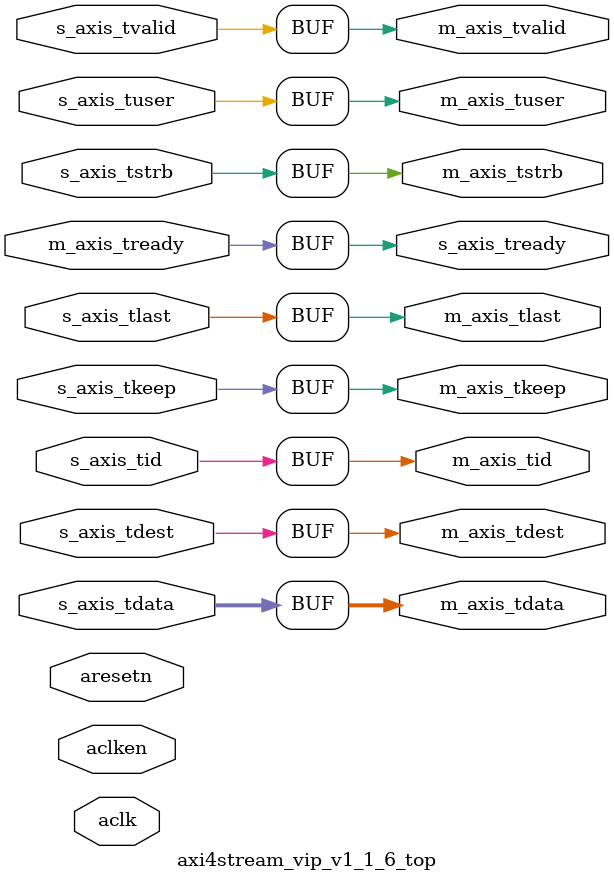
<source format=sv>

`timescale 1ps/1ps

(* DowngradeIPIdentifiedWarnings="yes" *) 
module axi4stream_vip_v1_1_6_top #
  (
   parameter [31:0]  C_AXI4STREAM_SIGNAL_SET         = 32'h03,
   parameter integer C_AXI4STREAM_INTERFACE_MODE     = 1,  //master, slave and bypass
   parameter integer C_AXI4STREAM_DATA_WIDTH        = 8,
   parameter integer C_AXI4STREAM_USER_BITS_PER_BYTE = 0,
   parameter integer C_AXI4STREAM_ID_WIDTH          = 0,
   parameter integer C_AXI4STREAM_DEST_WIDTH        = 0,
   parameter integer C_AXI4STREAM_USER_WIDTH        = 0,
   parameter integer C_AXI4STREAM_HAS_ARESETN       = 0
   )
  (
   // System Signals
   input wire aclk,
   input wire aresetn,
   input wire aclken,

   // Slave side
   input  wire                              s_axis_tvalid,
   output wire                              s_axis_tready,
   input  wire [C_AXI4STREAM_DATA_WIDTH==0? 0:C_AXI4STREAM_DATA_WIDTH-1:0]     s_axis_tdata,
   input  wire [C_AXI4STREAM_DATA_WIDTH/8==0? 0:C_AXI4STREAM_DATA_WIDTH/8-1:0]   s_axis_tstrb,
   input  wire [C_AXI4STREAM_DATA_WIDTH/8==0? 0:C_AXI4STREAM_DATA_WIDTH/8-1:0]   s_axis_tkeep,
   input  wire                              s_axis_tlast,
   input  wire [C_AXI4STREAM_ID_WIDTH==0? 0:C_AXI4STREAM_ID_WIDTH-1:0]         s_axis_tid,
   input  wire [C_AXI4STREAM_DEST_WIDTH==0? 0:C_AXI4STREAM_DEST_WIDTH-1:0]     s_axis_tdest,
   input  wire [C_AXI4STREAM_USER_WIDTH==0? 0:C_AXI4STREAM_USER_WIDTH-1:0]     s_axis_tuser,

   // Master side
   output wire                              m_axis_tvalid,
   input  wire                              m_axis_tready,
   output wire [C_AXI4STREAM_DATA_WIDTH==0? 0:C_AXI4STREAM_DATA_WIDTH-1:0]     m_axis_tdata,
   output wire [C_AXI4STREAM_DATA_WIDTH/8==0? 0:C_AXI4STREAM_DATA_WIDTH/8-1:0]   m_axis_tstrb,
   output wire [C_AXI4STREAM_DATA_WIDTH/8==0? 0:C_AXI4STREAM_DATA_WIDTH/8-1:0]   m_axis_tkeep,
   output wire                              m_axis_tlast,
   output wire [C_AXI4STREAM_ID_WIDTH==0? 0:C_AXI4STREAM_ID_WIDTH-1:0]         m_axis_tid,
   output wire [C_AXI4STREAM_DEST_WIDTH==0? 0:C_AXI4STREAM_DEST_WIDTH-1:0]     m_axis_tdest,
   output wire [C_AXI4STREAM_USER_WIDTH==0? 0:C_AXI4STREAM_USER_WIDTH-1:0]     m_axis_tuser
     );

    //output for slave side, 0 or interface signal(mux)
  assign s_axis_tready =  (C_AXI4STREAM_INTERFACE_MODE ==1 )? m_axis_tready : {1'b0};

  //output for master side, 0 or interface(mux)
  assign m_axis_tvalid = (C_AXI4STREAM_INTERFACE_MODE ==1 )? s_axis_tvalid : {1'b0};
  assign m_axis_tdata  = (C_AXI4STREAM_INTERFACE_MODE ==1 )? s_axis_tdata : {C_AXI4STREAM_DATA_WIDTH==0? 1:C_AXI4STREAM_DATA_WIDTH{1'b0}};
  assign m_axis_tstrb  =(C_AXI4STREAM_INTERFACE_MODE ==1 )? s_axis_tstrb : {C_AXI4STREAM_DATA_WIDTH/8==0? 1:(C_AXI4STREAM_DATA_WIDTH/8){1'b0}};
  assign m_axis_tkeep  =  (C_AXI4STREAM_INTERFACE_MODE ==1 )? s_axis_tkeep : {C_AXI4STREAM_DATA_WIDTH/8==0? 1:(C_AXI4STREAM_DATA_WIDTH/8){1'b0}};
  assign m_axis_tlast  = (C_AXI4STREAM_INTERFACE_MODE ==1 )? s_axis_tlast : {1'b0};
  assign m_axis_tid    = (C_AXI4STREAM_INTERFACE_MODE ==1 )? s_axis_tid: {C_AXI4STREAM_ID_WIDTH==0? 1: C_AXI4STREAM_ID_WIDTH{1'b0}};
  assign m_axis_tdest  = (C_AXI4STREAM_INTERFACE_MODE ==1 )? s_axis_tdest : {(C_AXI4STREAM_DEST_WIDTH==0? 1: C_AXI4STREAM_DEST_WIDTH){1'b0}};
  assign m_axis_tuser  =  (C_AXI4STREAM_INTERFACE_MODE ==1 )? s_axis_tuser: {(C_AXI4STREAM_USER_WIDTH==0? 1: C_AXI4STREAM_USER_WIDTH){1'b0}}; 

endmodule : axi4stream_vip_v1_1_6_top



</source>
